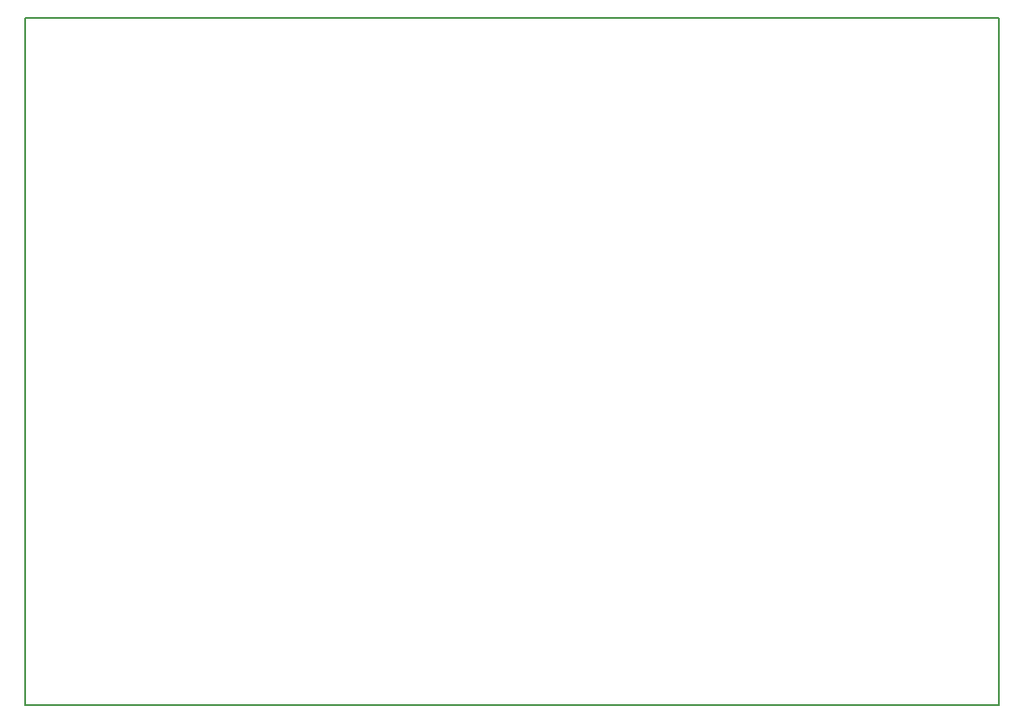
<source format=gm1>
G04 MADE WITH FRITZING*
G04 WWW.FRITZING.ORG*
G04 DOUBLE SIDED*
G04 HOLES PLATED*
G04 CONTOUR ON CENTER OF CONTOUR VECTOR*
%ASAXBY*%
%FSLAX23Y23*%
%MOIN*%
%OFA0B0*%
%SFA1.0B1.0*%
%ADD10R,3.622050X2.559060*%
%ADD11C,0.008000*%
%ADD10C,0.008*%
%LNCONTOUR*%
G90*
G70*
G54D10*
G54D11*
X4Y2555D02*
X3618Y2555D01*
X3618Y4D01*
X4Y4D01*
X4Y2555D01*
D02*
G04 End of contour*
M02*
</source>
